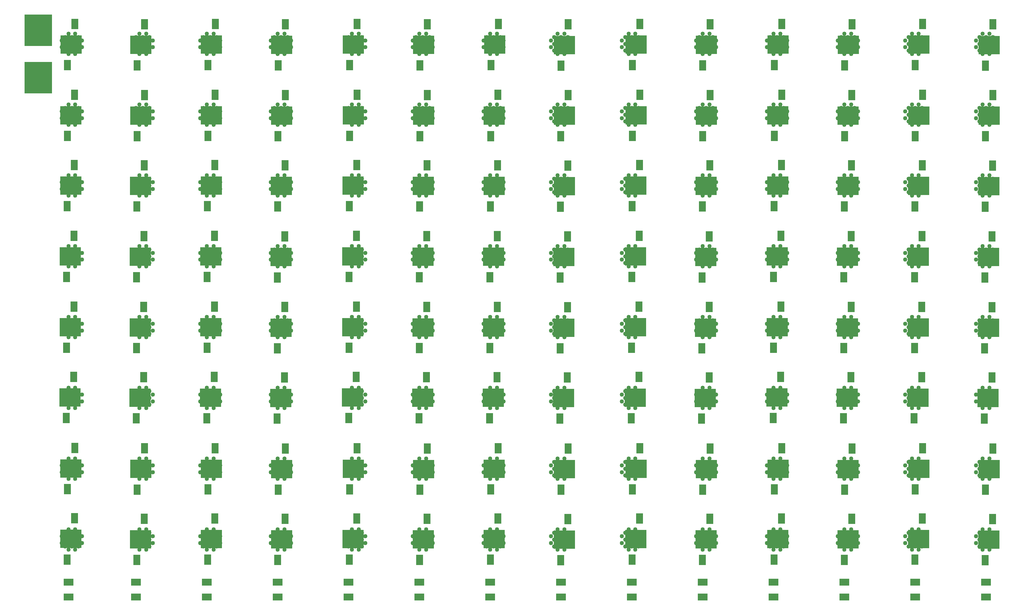
<source format=gbs>
G04 MADE WITH FRITZING*
G04 WWW.FRITZING.ORG*
G04 SINGLE SIDED*
G04 HOLES NOT PLATED*
G04 CONTOUR ON CENTER OF CONTOUR VECTOR*
%ASAXBY*%
%FSLAX23Y23*%
%MOIN*%
%OFA0B0*%
%SFA1.0B1.0*%
%ADD10C,0.049370*%
%ADD11R,0.080866X0.122205*%
%ADD12R,0.246221X0.214725*%
%ADD13R,0.116299X0.080866*%
%ADD14R,0.321023X0.365512*%
%LNMASK0*%
G90*
G70*
G54D10*
X3828Y2416D03*
X3986Y1747D03*
X3868Y6589D03*
X3828Y6550D03*
X3907Y841D03*
X3828Y4896D03*
X3868Y1707D03*
X3947Y5015D03*
X3868Y4030D03*
X3907Y6629D03*
X4025Y802D03*
X3868Y4109D03*
X3986Y6550D03*
X3986Y5723D03*
X3828Y4070D03*
X4025Y5841D03*
X3828Y4975D03*
X3868Y6668D03*
X3828Y5723D03*
X3986Y2416D03*
X3907Y1511D03*
X3947Y2534D03*
X4025Y6589D03*
X3986Y841D03*
X4025Y1707D03*
X3986Y1668D03*
X4065Y841D03*
X3947Y1550D03*
X3828Y1668D03*
X3907Y4818D03*
X3986Y3322D03*
X3828Y841D03*
X3907Y1589D03*
X4025Y1629D03*
X3868Y2456D03*
X3907Y763D03*
X4065Y4070D03*
X3907Y1668D03*
X3986Y2574D03*
X4025Y6668D03*
X3947Y4030D03*
X3986Y4148D03*
X3986Y2337D03*
X3986Y6471D03*
X3986Y5802D03*
X3947Y2377D03*
X4025Y2377D03*
X3947Y6668D03*
X3907Y4896D03*
X3907Y920D03*
X3907Y6707D03*
X4065Y3322D03*
X3868Y723D03*
X3868Y4857D03*
X3907Y2337D03*
X4025Y5015D03*
X3868Y802D03*
X4025Y5684D03*
X4065Y4975D03*
X3986Y3243D03*
X4065Y6550D03*
X3907Y6550D03*
X4025Y6511D03*
X3947Y3282D03*
X4025Y4857D03*
X3907Y1747D03*
X3907Y5723D03*
X3868Y5015D03*
X3907Y4070D03*
X3986Y6707D03*
X4065Y4148D03*
X4025Y2534D03*
X3868Y4936D03*
X4065Y1668D03*
X3907Y3243D03*
X3868Y3204D03*
X3947Y881D03*
X4025Y5763D03*
X3907Y4975D03*
X4065Y4896D03*
X3986Y920D03*
X3947Y4188D03*
X3947Y3361D03*
X3828Y3243D03*
X4025Y3282D03*
X4065Y6629D03*
X4025Y723D03*
X3947Y1629D03*
X3907Y3164D03*
X3947Y6589D03*
X3828Y5802D03*
X3986Y1589D03*
X3907Y684D03*
X3868Y5763D03*
X3907Y2416D03*
X3986Y4227D03*
X3868Y4188D03*
X4025Y4188D03*
X3907Y4148D03*
X4065Y763D03*
X4065Y2495D03*
X3986Y3164D03*
X3828Y763D03*
X3868Y2377D03*
X3947Y4857D03*
X3907Y3991D03*
X4025Y4109D03*
X3828Y4148D03*
X4025Y4030D03*
X4025Y881D03*
X3947Y2456D03*
X4025Y4936D03*
X4065Y2416D03*
X3868Y1550D03*
X3947Y5684D03*
X3986Y5881D03*
X3986Y1511D03*
X3868Y2534D03*
X3947Y802D03*
X3947Y5841D03*
X3868Y1629D03*
X3947Y4936D03*
X3986Y4070D03*
X3828Y2495D03*
X3986Y4818D03*
X3986Y5054D03*
X3986Y3400D03*
X3828Y6629D03*
X3947Y1707D03*
X3907Y5054D03*
X3947Y6511D03*
X3986Y684D03*
X4065Y3243D03*
X4065Y5802D03*
X3868Y3282D03*
X3986Y2495D03*
X3907Y3400D03*
X3828Y3322D03*
X3002Y2377D03*
X3080Y802D03*
X3080Y5841D03*
X3907Y2495D03*
X3002Y2534D03*
X3159Y4936D03*
X3080Y4857D03*
X3080Y5684D03*
X3120Y1511D03*
X2962Y4975D03*
X3080Y2534D03*
X3120Y5881D03*
X3159Y6589D03*
X3080Y3282D03*
X3002Y1550D03*
X3159Y2534D03*
X3199Y2416D03*
X3041Y3991D03*
X3041Y3400D03*
X2962Y3322D03*
X2962Y4148D03*
X3120Y2495D03*
X3041Y5054D03*
X3080Y4936D03*
X3199Y3243D03*
X3002Y3282D03*
X3080Y2456D03*
X3159Y4030D03*
X3199Y5802D03*
X3159Y881D03*
X3002Y1629D03*
X3120Y684D03*
X2962Y2495D03*
X3080Y6511D03*
X3041Y1511D03*
X3120Y6550D03*
X2962Y4070D03*
X2962Y5723D03*
X3080Y5015D03*
X3159Y802D03*
X3041Y841D03*
X3120Y5723D03*
X3002Y4109D03*
X3159Y5015D03*
X3159Y5684D03*
X3041Y6629D03*
X3199Y4975D03*
X3002Y802D03*
X3002Y4030D03*
X3199Y4070D03*
X3120Y841D03*
X3002Y6589D03*
X3041Y4818D03*
X2962Y841D03*
X3120Y1747D03*
X3041Y1589D03*
X3120Y3322D03*
X3002Y6668D03*
X3080Y1550D03*
X3159Y1707D03*
X2962Y1668D03*
X2962Y2416D03*
X3002Y1707D03*
X3199Y841D03*
X2962Y6550D03*
X2962Y4896D03*
X3120Y1668D03*
X3159Y5841D03*
X3120Y2416D03*
X3120Y4070D03*
X3080Y5763D03*
X3080Y723D03*
X3120Y4818D03*
X3907Y2574D03*
X3868Y5684D03*
X3868Y3361D03*
X4065Y5723D03*
X3041Y4227D03*
X2962Y5802D03*
X3041Y684D03*
X3120Y3991D03*
X3002Y5763D03*
X3120Y1589D03*
X3159Y3361D03*
X3120Y4896D03*
X3199Y1589D03*
X3907Y5881D03*
X3986Y6629D03*
X3828Y1589D03*
X3907Y5645D03*
X3947Y3204D03*
X3868Y5841D03*
X3947Y4109D03*
X3907Y5802D03*
X4025Y3204D03*
X4025Y2456D03*
X3907Y6471D03*
X3986Y763D03*
X4025Y1550D03*
X3868Y881D03*
X3907Y3322D03*
X3986Y4975D03*
X3986Y5645D03*
X3868Y6511D03*
X3080Y6589D03*
X3080Y4188D03*
X2962Y3243D03*
X3041Y4070D03*
X3159Y3282D03*
X3199Y4896D03*
X3080Y881D03*
X3080Y3361D03*
X3120Y920D03*
X3120Y5054D03*
X2962Y6629D03*
X3041Y4975D03*
X3080Y1707D03*
X3120Y3400D03*
X3159Y5763D03*
X3159Y4109D03*
X3986Y4896D03*
X3120Y6707D03*
X3199Y763D03*
X3120Y3164D03*
X3199Y4148D03*
X2962Y763D03*
X3199Y2495D03*
X3159Y723D03*
X3159Y4188D03*
X3041Y2416D03*
X3041Y4148D03*
X3002Y4936D03*
X3002Y3204D03*
X3002Y4188D03*
X3199Y1668D03*
X3041Y3243D03*
X3120Y4227D03*
X3199Y6629D03*
X3041Y3164D03*
X8789Y4188D03*
X9773Y1550D03*
X11191Y4070D03*
X4065Y1589D03*
X10482Y3282D03*
X10403Y881D03*
X8907Y5645D03*
X11348Y2416D03*
X8868Y4188D03*
X9734Y4148D03*
X11269Y4227D03*
X8868Y2534D03*
X8907Y1589D03*
X11309Y4188D03*
X8907Y4896D03*
X9655Y6707D03*
X9734Y1511D03*
X11388Y3361D03*
X8947Y5015D03*
X11191Y4896D03*
X11269Y4070D03*
X11388Y2534D03*
X9616Y6589D03*
X10600Y841D03*
X10443Y3991D03*
X9734Y5054D03*
X10521Y6471D03*
X9695Y4188D03*
X10521Y6629D03*
X11191Y2495D03*
X8829Y4975D03*
X10482Y3204D03*
X9616Y6668D03*
X8829Y3164D03*
X11348Y4896D03*
X11427Y4896D03*
X8986Y6629D03*
X8986Y4148D03*
X11427Y5723D03*
X10443Y5723D03*
X9655Y841D03*
X11269Y4896D03*
X10521Y2495D03*
X10443Y6550D03*
X9616Y1707D03*
X8829Y2337D03*
X11348Y2337D03*
X8907Y3243D03*
X11230Y4857D03*
X10364Y2495D03*
X11230Y2377D03*
X11348Y1511D03*
X10600Y763D03*
X9813Y2416D03*
X10482Y4857D03*
X9734Y4070D03*
X9655Y5645D03*
X11230Y6589D03*
X9616Y802D03*
X8789Y6511D03*
X11427Y763D03*
X8907Y3400D03*
X10521Y3164D03*
X11230Y2456D03*
X8868Y1550D03*
X9616Y4188D03*
X8868Y6511D03*
X11269Y4975D03*
X10521Y684D03*
X8789Y5763D03*
X11309Y5763D03*
X10482Y881D03*
X11191Y5802D03*
X11191Y1668D03*
X9655Y763D03*
X8789Y6668D03*
X11348Y5802D03*
X8907Y684D03*
X11191Y6550D03*
X10403Y4109D03*
X8947Y2534D03*
X11388Y2456D03*
X8907Y5054D03*
X11388Y1550D03*
X8829Y2495D03*
X9773Y4936D03*
X11269Y2574D03*
X8829Y1668D03*
X9695Y881D03*
X11348Y5054D03*
X11269Y684D03*
X9577Y763D03*
X8907Y920D03*
X11309Y6511D03*
X10561Y723D03*
X8789Y3361D03*
X10561Y5684D03*
X8868Y5763D03*
X10482Y6668D03*
X9813Y4975D03*
X10443Y6629D03*
X11230Y4109D03*
X9655Y2495D03*
X9773Y1629D03*
X8868Y4936D03*
X10561Y4109D03*
X8947Y3282D03*
X11230Y5841D03*
X9734Y4227D03*
X8789Y3204D03*
X10403Y3282D03*
X9616Y4857D03*
X9577Y6550D03*
X8986Y4975D03*
X11230Y4936D03*
X10561Y3361D03*
X8907Y3322D03*
X8907Y2416D03*
X9655Y3164D03*
X10600Y3322D03*
X10364Y6629D03*
X8907Y1747D03*
X9616Y2534D03*
X11191Y841D03*
X11269Y4818D03*
X8750Y2416D03*
X11269Y1747D03*
X9695Y5841D03*
X9773Y3282D03*
X9616Y6511D03*
X11269Y3243D03*
X11348Y6707D03*
X10521Y3991D03*
X8750Y1589D03*
X8868Y6589D03*
X10521Y4070D03*
X8868Y881D03*
X8907Y5881D03*
X11230Y881D03*
X9655Y1747D03*
X11269Y5645D03*
X11427Y6550D03*
X11348Y3991D03*
X10482Y1550D03*
X10561Y2456D03*
X8947Y4857D03*
X8750Y6550D03*
X8829Y6550D03*
X10561Y4030D03*
X9734Y841D03*
X11348Y5881D03*
X10443Y3322D03*
X9577Y4070D03*
X10482Y5841D03*
X8750Y5723D03*
X11230Y723D03*
X8986Y2416D03*
X10403Y6668D03*
X3041Y2337D03*
X10443Y4070D03*
X10600Y1668D03*
X8986Y6550D03*
X11388Y881D03*
X10443Y1511D03*
X9577Y4975D03*
X8829Y4896D03*
X9655Y1511D03*
X8829Y5723D03*
X10403Y1550D03*
X9773Y6668D03*
X10600Y5723D03*
X8947Y1707D03*
X11230Y2534D03*
X8907Y1511D03*
X10600Y4896D03*
X8907Y6550D03*
X8986Y5723D03*
X10521Y5802D03*
X8947Y4030D03*
X10561Y1550D03*
X11230Y5763D03*
X10364Y1668D03*
X4025Y3361D03*
X3986Y3991D03*
X9616Y5841D03*
X3907Y4227D03*
X3947Y5763D03*
X9655Y6471D03*
X3947Y723D03*
X9577Y6629D03*
X9813Y4896D03*
X9655Y4070D03*
X9773Y802D03*
X8907Y4148D03*
X9773Y5015D03*
X9695Y1707D03*
X10521Y5723D03*
X9695Y4936D03*
X10561Y4188D03*
X11388Y6589D03*
X11309Y1550D03*
X8986Y4070D03*
X10443Y920D03*
X8829Y920D03*
X9734Y4896D03*
X9577Y3243D03*
X9695Y4109D03*
X11309Y6668D03*
X10482Y4936D03*
X9734Y5881D03*
X8829Y1589D03*
X9655Y2574D03*
X10482Y4188D03*
X11309Y4109D03*
X10521Y1747D03*
X11348Y2495D03*
X8868Y2456D03*
X11427Y4070D03*
X8789Y723D03*
X8829Y3322D03*
X8750Y1668D03*
X9695Y2534D03*
X11427Y6629D03*
X8789Y2534D03*
X10364Y4148D03*
X10443Y6708D03*
X9655Y4227D03*
X8829Y1511D03*
X11388Y5015D03*
X9734Y6707D03*
X9655Y4896D03*
X9616Y2456D03*
X11309Y2456D03*
X9616Y4936D03*
X11427Y4975D03*
X9655Y6629D03*
X8986Y1589D03*
X11309Y802D03*
X10482Y4030D03*
X10403Y4936D03*
X8829Y4227D03*
X11269Y6629D03*
X9773Y4188D03*
X8907Y4975D03*
X9773Y5841D03*
X11230Y802D03*
X8986Y2495D03*
X11348Y4975D03*
X9616Y3361D03*
X11309Y1629D03*
X11348Y6629D03*
X8829Y2574D03*
X8750Y763D03*
X11427Y2495D03*
X10482Y6589D03*
X8750Y4070D03*
X9577Y3322D03*
X11230Y3204D03*
X8947Y881D03*
X10521Y6550D03*
X8789Y5841D03*
X9655Y3322D03*
X8907Y3164D03*
X8789Y4936D03*
X8868Y723D03*
X10600Y2416D03*
X9695Y5684D03*
X8986Y1668D03*
X11388Y3282D03*
X10403Y5763D03*
X8868Y3361D03*
X11309Y3204D03*
X11230Y6511D03*
X8907Y4818D03*
X10600Y2495D03*
X9813Y763D03*
X11309Y3361D03*
X11269Y6471D03*
X2254Y6589D03*
X1506Y6629D03*
X1348Y1589D03*
X3002Y723D03*
X1466Y3204D03*
X1427Y5802D03*
X1545Y3204D03*
X1388Y5841D03*
X1545Y2456D03*
X1427Y6471D03*
X1506Y763D03*
X1545Y1550D03*
X1388Y881D03*
X1427Y3322D03*
X1506Y4975D03*
X1506Y5645D03*
X1388Y6511D03*
X1466Y4109D03*
X1506Y4148D03*
X1388Y2456D03*
X1427Y2495D03*
X1427Y763D03*
X1466Y4030D03*
X1506Y2574D03*
X1427Y1668D03*
X1506Y5802D03*
X1466Y1629D03*
X1506Y2337D03*
X1466Y6668D03*
X1506Y6471D03*
X1466Y2377D03*
X1427Y920D03*
X1545Y2377D03*
X1427Y4896D03*
X1427Y5645D03*
X640Y723D03*
X521Y1589D03*
X1427Y5881D03*
X561Y881D03*
X600Y1668D03*
X718Y723D03*
X758Y1589D03*
X640Y802D03*
X561Y802D03*
X758Y841D03*
X600Y841D03*
X521Y841D03*
X679Y841D03*
X640Y881D03*
X718Y1629D03*
X600Y684D03*
X679Y1668D03*
X521Y1668D03*
X679Y1747D03*
X640Y1707D03*
X600Y1511D03*
X1427Y2574D03*
X1388Y3361D03*
X1584Y5723D03*
X1388Y5684D03*
X679Y763D03*
X561Y1629D03*
X600Y920D03*
X600Y763D03*
X640Y1629D03*
X758Y763D03*
X640Y1550D03*
X679Y684D03*
X679Y920D03*
X1545Y6668D03*
X1545Y1707D03*
X1388Y6668D03*
X1427Y6707D03*
X1348Y5723D03*
X1348Y4975D03*
X1466Y2534D03*
X1427Y1511D03*
X1466Y1550D03*
X1506Y2416D03*
X1506Y1668D03*
X1506Y3322D03*
X1584Y841D03*
X1348Y1668D03*
X1427Y1589D03*
X1427Y4818D03*
X1348Y841D03*
X1545Y6589D03*
X1545Y4936D03*
X1466Y4857D03*
X1466Y3282D03*
X1427Y3991D03*
X1348Y4148D03*
X1545Y881D03*
X1466Y2456D03*
X1545Y4030D03*
X1466Y5684D03*
X1545Y2534D03*
X1584Y2416D03*
X1388Y2534D03*
X1388Y1550D03*
X1506Y5881D03*
X1466Y5841D03*
X1506Y1511D03*
X1466Y802D03*
X1545Y5841D03*
X1506Y3243D03*
X1584Y3322D03*
X1348Y4896D03*
X1388Y723D03*
X1545Y5015D03*
X1545Y5684D03*
X1427Y2337D03*
X1545Y6511D03*
X1388Y4857D03*
X1584Y6550D03*
X1427Y1747D03*
X1427Y6550D03*
X1545Y1629D03*
X1388Y5015D03*
X1545Y4857D03*
X1427Y5723D03*
X1584Y4975D03*
X1545Y802D03*
X1427Y841D03*
X1388Y802D03*
X1388Y6589D03*
X1506Y1747D03*
X1348Y6550D03*
X1348Y2416D03*
X1388Y1707D03*
X1506Y5723D03*
X1584Y4070D03*
X1506Y841D03*
X1466Y5015D03*
X1388Y4030D03*
X1427Y6629D03*
X1348Y4070D03*
X1388Y4109D03*
X1506Y6550D03*
X718Y1707D03*
X640Y4857D03*
X758Y4975D03*
X561Y1707D03*
X679Y4896D03*
X561Y4936D03*
X521Y4896D03*
X679Y5054D03*
X600Y4818D03*
X679Y5881D03*
X679Y5645D03*
X640Y5015D03*
X640Y5684D03*
X600Y5645D03*
X718Y5684D03*
X521Y5802D03*
X640Y5763D03*
X561Y5015D03*
X600Y4975D03*
X521Y4975D03*
X758Y4896D03*
X640Y4188D03*
X640Y4030D03*
X758Y4148D03*
X600Y3991D03*
X718Y4857D03*
X561Y4857D03*
X679Y4818D03*
X600Y5054D03*
X718Y4936D03*
X679Y4975D03*
X718Y5015D03*
X640Y4936D03*
X600Y4896D03*
X600Y5802D03*
X521Y6550D03*
X600Y6550D03*
X561Y5763D03*
X718Y6589D03*
X758Y6550D03*
X561Y6511D03*
X679Y6550D03*
X640Y6589D03*
X718Y6668D03*
X640Y6668D03*
X561Y6589D03*
X561Y6668D03*
X679Y6629D03*
X758Y6629D03*
X600Y6629D03*
X521Y6629D03*
X640Y6511D03*
X521Y5723D03*
X758Y5723D03*
X718Y6511D03*
X561Y5684D03*
X718Y5763D03*
X679Y5723D03*
X600Y5723D03*
X758Y5802D03*
X600Y5881D03*
X600Y6471D03*
X679Y6471D03*
X640Y5841D03*
X600Y6707D03*
X679Y6707D03*
X718Y5841D03*
X561Y5841D03*
X679Y5802D03*
X679Y4070D03*
X640Y3361D03*
X561Y3282D03*
X679Y4227D03*
X600Y2574D03*
X758Y2416D03*
X679Y2337D03*
X640Y3282D03*
X679Y3322D03*
X600Y2495D03*
X640Y2456D03*
X718Y2377D03*
X640Y2377D03*
X521Y3243D03*
X600Y3322D03*
X561Y2534D03*
X758Y3243D03*
X679Y2574D03*
X758Y1668D03*
X718Y802D03*
X640Y3204D03*
X600Y1747D03*
X561Y723D03*
X561Y1550D03*
X679Y1589D03*
X600Y1589D03*
X521Y763D03*
X600Y2416D03*
X679Y2416D03*
X679Y1511D03*
X521Y3322D03*
X679Y3400D03*
X718Y881D03*
X600Y3164D03*
X718Y1550D03*
X640Y2534D03*
X600Y4070D03*
X718Y4188D03*
X600Y2337D03*
X600Y4227D03*
X600Y4148D03*
X521Y4148D03*
X718Y4030D03*
X640Y4109D03*
X561Y4109D03*
X521Y4070D03*
X679Y4148D03*
X561Y4188D03*
X758Y4070D03*
X718Y4109D03*
X561Y4030D03*
X679Y3991D03*
X718Y3204D03*
X561Y3361D03*
X718Y3361D03*
X718Y2534D03*
X561Y2456D03*
X758Y2495D03*
X718Y3282D03*
X521Y2495D03*
X679Y2495D03*
X561Y3204D03*
X679Y3164D03*
X521Y2416D03*
X600Y3243D03*
X758Y3322D03*
X718Y2456D03*
X679Y3243D03*
X600Y3400D03*
X561Y2377D03*
X1388Y1629D03*
X2332Y4109D03*
X2175Y2377D03*
X1348Y2495D03*
X2332Y5763D03*
X2293Y920D03*
X2254Y4188D03*
X2214Y4975D03*
X2293Y3400D03*
X2372Y3243D03*
X2214Y5054D03*
X2254Y1708D03*
X2254Y4936D03*
X2293Y4070D03*
X2136Y6629D03*
X2293Y4818D03*
X2293Y5054D03*
X2136Y3243D03*
X2372Y6629D03*
X2214Y3164D03*
X2332Y3282D03*
X2293Y4227D03*
X2214Y4148D03*
X2372Y763D03*
X2175Y4188D03*
X2214Y3243D03*
X2254Y3361D03*
X2372Y4896D03*
X2372Y1668D03*
X2254Y881D03*
X2293Y6708D03*
X2175Y3204D03*
X2372Y4148D03*
X2175Y4936D03*
X2293Y2495D03*
X2254Y3282D03*
X2332Y2534D03*
X2136Y3322D03*
X2372Y2416D03*
X2293Y5881D03*
X2293Y1511D03*
X2175Y1550D03*
X2332Y6589D03*
X2293Y3322D03*
X2254Y1550D03*
X2254Y2534D03*
X2332Y1708D03*
X2175Y6668D03*
X2136Y4975D03*
X2136Y5723D03*
X2214Y1511D03*
X2254Y802D03*
X2175Y1629D03*
X2136Y2495D03*
X2254Y5841D03*
X2254Y6511D03*
X2293Y684D03*
X2214Y3400D03*
X2372Y5802D03*
X2175Y3282D03*
X2332Y881D03*
X2175Y2534D03*
X2254Y5684D03*
X2332Y4030D03*
X2332Y4936D03*
X2254Y4857D03*
X2254Y2456D03*
X2214Y3991D03*
X2136Y4148D03*
X2293Y3164D03*
X3159Y2377D03*
X3041Y4896D03*
X2136Y763D03*
X3041Y920D03*
X3120Y5802D03*
X3120Y4148D03*
X3080Y6668D03*
X3080Y2377D03*
X3002Y5841D03*
X3041Y5802D03*
X3120Y6471D03*
X3159Y3204D03*
X3080Y4109D03*
X3120Y2337D03*
X3041Y2495D03*
X3080Y1629D03*
X3002Y2456D03*
X3159Y4857D03*
X3041Y5723D03*
X3041Y763D03*
X3002Y5015D03*
X3041Y1747D03*
X3199Y3322D03*
X3159Y6511D03*
X3120Y3243D03*
X3159Y1629D03*
X3041Y1668D03*
X3080Y4030D03*
X3041Y6550D03*
X3120Y2574D03*
X3159Y6668D03*
X3199Y6550D03*
X3041Y6707D03*
X3002Y4857D03*
X3080Y3204D03*
X2293Y1589D03*
X2293Y4896D03*
X2962Y1589D03*
X2372Y1589D03*
X2293Y3991D03*
X2214Y4227D03*
X2332Y3361D03*
X2175Y5763D03*
X2372Y2495D03*
X2332Y4188D03*
X2214Y684D03*
X2214Y2416D03*
X2332Y723D03*
X2136Y5802D03*
X2214Y4070D03*
X8002Y3400D03*
X2254Y5763D03*
X3041Y3322D03*
X3120Y5645D03*
X2254Y723D03*
X3002Y6511D03*
X3120Y4975D03*
X3120Y6629D03*
X3159Y1550D03*
X3159Y2456D03*
X3002Y881D03*
X3041Y2574D03*
X3199Y5723D03*
X3120Y763D03*
X3002Y5684D03*
X3002Y3361D03*
X3041Y6471D03*
X3041Y5881D03*
X3041Y5645D03*
X2214Y1589D03*
X1545Y723D03*
X1427Y4070D03*
X2136Y841D03*
X1466Y6589D03*
X1427Y684D03*
X1388Y5763D03*
X1348Y5802D03*
X1427Y2416D03*
X1506Y4227D03*
X1388Y4188D03*
X1545Y4188D03*
X1427Y4148D03*
X1584Y763D03*
X1584Y2495D03*
X1506Y3164D03*
X1348Y763D03*
X1506Y1589D03*
X2175Y3361D03*
X2214Y5881D03*
X1506Y4896D03*
X2214Y5645D03*
X2214Y6471D03*
X2214Y3322D03*
X2293Y763D03*
X2175Y881D03*
X2175Y5684D03*
X1584Y1589D03*
X1545Y3361D03*
X2372Y5723D03*
X1506Y3991D03*
X1427Y4227D03*
X2214Y2574D03*
X1466Y5763D03*
X1466Y723D03*
X1427Y3164D03*
X1466Y4936D03*
X1506Y4070D03*
X1584Y6629D03*
X1506Y4818D03*
X1348Y6629D03*
X1466Y1707D03*
X1506Y5054D03*
X1427Y5054D03*
X1466Y6511D03*
X1506Y684D03*
X1584Y3243D03*
X1584Y5802D03*
X1388Y3282D03*
X1506Y2495D03*
X1427Y3400D03*
X1348Y3322D03*
X1506Y3400D03*
X1466Y881D03*
X1506Y6707D03*
X1545Y4109D03*
X1584Y4148D03*
X1388Y4936D03*
X1427Y3243D03*
X1388Y3204D03*
X1584Y1668D03*
X1584Y4896D03*
X1388Y2377D03*
X1545Y5763D03*
X1466Y3361D03*
X1427Y4975D03*
X1506Y920D03*
X1545Y3282D03*
X1466Y4188D03*
X1348Y3243D03*
X2293Y5645D03*
X2175Y802D03*
X2372Y4070D03*
X2175Y6511D03*
X2293Y841D03*
X2214Y6629D03*
X2175Y4109D03*
X2175Y4030D03*
X2372Y4975D03*
X2214Y1747D03*
X2332Y6511D03*
X2332Y5684D03*
X2293Y3243D03*
X2372Y3322D03*
X2332Y5015D03*
X2175Y723D03*
X2214Y2337D03*
X2293Y6550D03*
X2136Y4896D03*
X2332Y5841D03*
X2136Y4070D03*
X2293Y2416D03*
X2293Y1668D03*
X2214Y4818D03*
X2372Y841D03*
X2136Y1668D03*
X2136Y6550D03*
X2254Y5015D03*
X2293Y5723D03*
X2175Y1708D03*
X2332Y802D03*
X2214Y841D03*
X2136Y2416D03*
X2175Y6589D03*
X2293Y1747D03*
X2175Y5015D03*
X2254Y4109D03*
X2214Y2495D03*
X2214Y5723D03*
X2254Y1629D03*
X2293Y6471D03*
X2254Y2377D03*
X2293Y2337D03*
X2332Y3204D03*
X2293Y4975D03*
X2332Y1550D03*
X2214Y5802D03*
X2332Y2456D03*
X2293Y6629D03*
X2175Y5841D03*
X2136Y1589D03*
X2254Y3204D03*
X2332Y2377D03*
X2332Y6668D03*
X2214Y6708D03*
X2214Y4896D03*
X2175Y4857D03*
X2372Y6550D03*
X2332Y4857D03*
X2214Y6550D03*
X2332Y1629D03*
X2293Y2574D03*
X2214Y920D03*
X2254Y6668D03*
X2254Y4030D03*
X2293Y5802D03*
X2293Y4148D03*
X2214Y1668D03*
X2175Y2456D03*
X2214Y763D03*
X10443Y4148D03*
X5521Y4227D03*
X6309Y5723D03*
X8750Y2495D03*
X5443Y5723D03*
X8080Y6707D03*
X6348Y723D03*
X4655Y6511D03*
X6230Y763D03*
X5521Y5645D03*
X7254Y802D03*
X4695Y6708D03*
X5679Y4070D03*
X4773Y1589D03*
X5521Y3164D03*
X6269Y2377D03*
X5640Y4857D03*
X7214Y5802D03*
X5521Y6629D03*
X8080Y5645D03*
X7096Y1629D03*
X7096Y5684D03*
X4813Y3282D03*
X5521Y2495D03*
X5679Y3243D03*
X5600Y5881D03*
X8002Y841D03*
X6388Y4896D03*
X7293Y4975D03*
X7923Y4148D03*
X5640Y3361D03*
X5561Y1550D03*
X8120Y4936D03*
X4734Y2534D03*
X6309Y3400D03*
X4773Y4148D03*
X8120Y6668D03*
X6348Y881D03*
X8120Y1550D03*
X6309Y4148D03*
X7214Y3164D03*
X8080Y1589D03*
X7136Y2574D03*
X6388Y2337D03*
X4813Y5015D03*
X4773Y4818D03*
X7057Y3243D03*
X4616Y2495D03*
X7962Y4936D03*
X5482Y4109D03*
X8080Y3164D03*
X7214Y6708D03*
X6427Y802D03*
X5521Y3243D03*
X6427Y5015D03*
X6427Y6668D03*
X6348Y5841D03*
X7096Y4857D03*
X8041Y5015D03*
X4655Y1707D03*
X5482Y4030D03*
X5521Y5054D03*
X6388Y2416D03*
X6348Y4109D03*
X5521Y4975D03*
X5640Y6589D03*
X7923Y3243D03*
X6309Y3322D03*
X6269Y3282D03*
X4695Y3322D03*
X5679Y5802D03*
X7057Y4148D03*
X5600Y5054D03*
X7254Y1707D03*
X6388Y763D03*
X7057Y6550D03*
X4852Y763D03*
X7293Y1668D03*
X7923Y3322D03*
X5482Y802D03*
X7962Y6511D03*
X8120Y6511D03*
X7962Y1629D03*
X7136Y1747D03*
X4813Y5763D03*
X4616Y5723D03*
X7293Y6550D03*
X7214Y4975D03*
X6388Y5723D03*
X6309Y2337D03*
X7057Y2495D03*
X8080Y684D03*
X8080Y3322D03*
X6348Y6511D03*
X5640Y723D03*
X4695Y3991D03*
X4773Y3243D03*
X8080Y920D03*
X7254Y723D03*
X5561Y4936D03*
X6427Y4109D03*
X8002Y2574D03*
X6427Y4936D03*
X7096Y723D03*
X6388Y3164D03*
X7214Y4227D03*
X5600Y6550D03*
X5600Y6629D03*
X7293Y841D03*
X8159Y841D03*
X7962Y6589D03*
X4852Y1668D03*
X7214Y5881D03*
X5521Y3322D03*
X6388Y1511D03*
X7254Y5763D03*
X7923Y4070D03*
X8159Y4896D03*
X6427Y5684D03*
X7214Y4148D03*
X6309Y6629D03*
X5521Y4896D03*
X4813Y5684D03*
X8080Y2337D03*
X5521Y5723D03*
X5443Y2416D03*
X4734Y6511D03*
X5679Y5723D03*
X7254Y5015D03*
X5482Y6589D03*
X4773Y841D03*
X8080Y1747D03*
X6388Y6550D03*
X6348Y4857D03*
X5600Y3164D03*
X7057Y4070D03*
X7175Y1629D03*
X6269Y3204D03*
X8080Y4227D03*
X4695Y763D03*
X4695Y2495D03*
X5482Y6511D03*
X6269Y4857D03*
X7962Y723D03*
X5521Y4818D03*
X5600Y5645D03*
X7923Y763D03*
X5482Y5684D03*
X5640Y5015D03*
X6348Y1550D03*
X7136Y763D03*
X7293Y3243D03*
X4655Y4936D03*
X6230Y2416D03*
X7057Y4975D03*
X8120Y1707D03*
X5482Y2534D03*
X4813Y4188D03*
X7214Y2574D03*
X4773Y3400D03*
X7214Y2416D03*
X8041Y802D03*
X6348Y2456D03*
X5482Y3361D03*
X6269Y3361D03*
X8002Y3322D03*
X7175Y6589D03*
X5521Y3991D03*
X8041Y3282D03*
X6269Y5684D03*
X7136Y4148D03*
X8002Y5645D03*
X6466Y4148D03*
X7096Y2456D03*
X8041Y2456D03*
X7096Y5015D03*
X6466Y5802D03*
X4734Y2456D03*
X5561Y6589D03*
X6309Y2574D03*
X5521Y6707D03*
X8002Y4975D03*
X8080Y6550D03*
X5640Y5841D03*
X8080Y5054D03*
X8080Y6471D03*
X4616Y5802D03*
X5521Y5881D03*
X6388Y3322D03*
X4695Y4896D03*
X7214Y5723D03*
X5640Y2534D03*
X6309Y6550D03*
X8041Y6511D03*
X8159Y4070D03*
X5521Y3400D03*
X6269Y6589D03*
X6309Y1511D03*
X4655Y4857D03*
X7136Y6708D03*
X8159Y2495D03*
X6427Y1550D03*
X7175Y3361D03*
X6427Y1629D03*
X7096Y4109D03*
X6309Y684D03*
X4813Y6511D03*
X4695Y6471D03*
X6388Y2574D03*
X4773Y3991D03*
X8080Y841D03*
X5561Y6511D03*
X7136Y3164D03*
X4734Y6589D03*
X6388Y5054D03*
X4734Y6668D03*
X7175Y1707D03*
X5561Y4188D03*
X7096Y5763D03*
X7096Y2377D03*
X6230Y4975D03*
X6230Y5723D03*
X4734Y4030D03*
X8041Y723D03*
X5482Y2377D03*
X7214Y1589D03*
X6427Y5763D03*
X4773Y1511D03*
X6309Y1589D03*
X6309Y3164D03*
X4655Y6589D03*
X6427Y3282D03*
X4655Y4188D03*
X6427Y881D03*
X5521Y920D03*
X4695Y5802D03*
X5679Y841D03*
X5482Y2456D03*
X8041Y2534D03*
X5443Y3322D03*
X4655Y5841D03*
X8041Y1550D03*
X5482Y4936D03*
X5679Y4896D03*
X4773Y4227D03*
X7214Y684D03*
X6427Y6589D03*
X5679Y2416D03*
X7136Y3991D03*
X7923Y5723D03*
X4734Y3361D03*
X6269Y5763D03*
X5561Y5015D03*
X4813Y802D03*
X6466Y2495D03*
X4616Y6629D03*
X4734Y4936D03*
X4695Y6550D03*
X4734Y5015D03*
X5482Y723D03*
X6230Y4148D03*
X8159Y3322D03*
X4695Y920D03*
X7214Y3322D03*
X6466Y1668D03*
X7175Y3282D03*
X5521Y5802D03*
X4655Y5684D03*
X4734Y4188D03*
X7293Y4896D03*
X4616Y4070D03*
X8159Y2416D03*
X6388Y4818D03*
X6269Y5015D03*
X4773Y6550D03*
X7293Y5723D03*
X4655Y3204D03*
X7254Y2456D03*
X7175Y4188D03*
X6348Y6668D03*
X5679Y763D03*
X4734Y2377D03*
X7175Y881D03*
X7175Y6511D03*
X5561Y3282D03*
X7254Y5841D03*
X6466Y5723D03*
X8041Y6589D03*
X5600Y6471D03*
X6230Y4896D03*
X4813Y723D03*
X7136Y5881D03*
X4655Y723D03*
X5482Y3204D03*
X7254Y1550D03*
X4695Y3164D03*
X5521Y6550D03*
X5600Y2416D03*
X6388Y4227D03*
X5600Y1589D03*
X5600Y4896D03*
X7136Y6629D03*
X6348Y5684D03*
X7096Y881D03*
X5561Y4857D03*
X8002Y1589D03*
X7136Y6550D03*
X6388Y5881D03*
X7293Y6629D03*
X6309Y5881D03*
X4695Y2574D03*
X5482Y6668D03*
X5600Y3991D03*
X8080Y4818D03*
X7175Y5841D03*
X6309Y3991D03*
X4655Y1629D03*
X8080Y2574D03*
X5482Y1629D03*
X4813Y1707D03*
X4813Y2534D03*
X5600Y4975D03*
X6427Y5841D03*
X7136Y1668D03*
X7096Y3282D03*
X4852Y2495D03*
X5640Y5684D03*
X6348Y1629D03*
X5679Y1589D03*
X5561Y1629D03*
X6427Y6511D03*
X6466Y763D03*
X7175Y2534D03*
X7175Y2456D03*
X7254Y1629D03*
X4655Y5763D03*
X8120Y2456D03*
X4695Y1668D03*
X7057Y3322D03*
X4773Y6471D03*
X5443Y3243D03*
X5521Y684D03*
X7136Y684D03*
X5679Y4148D03*
X4655Y2534D03*
X5521Y2574D03*
X4813Y4030D03*
X5561Y5763D03*
X6427Y723D03*
X6269Y723D03*
X5640Y2377D03*
X8041Y6668D03*
X6269Y4188D03*
X5443Y4148D03*
X6348Y2377D03*
X7175Y5015D03*
X7214Y4818D03*
X5561Y2456D03*
X5443Y6550D03*
X8002Y684D03*
X8159Y6629D03*
X4852Y5723D03*
X5561Y6668D03*
X7962Y3204D03*
X4695Y3243D03*
X7175Y1550D03*
X6230Y841D03*
X8002Y2416D03*
X8002Y3243D03*
X4655Y4109D03*
X4773Y3164D03*
X5561Y5841D03*
X4695Y4818D03*
X8159Y4975D03*
X7136Y2495D03*
X5521Y6471D03*
X5600Y3322D03*
X5600Y684D03*
X8080Y5802D03*
X4813Y5841D03*
X5443Y5802D03*
X7923Y4975D03*
X7962Y5841D03*
X5600Y5802D03*
X6309Y920D03*
X5482Y4188D03*
X5482Y5015D03*
X6466Y4070D03*
X8041Y4857D03*
X8080Y5881D03*
X7057Y6629D03*
X4773Y2495D03*
X4773Y5802D03*
X5679Y6629D03*
X4616Y1668D03*
X6309Y5645D03*
X7096Y4188D03*
X8002Y1668D03*
X5600Y2337D03*
X5521Y1747D03*
X7175Y3204D03*
X5561Y2534D03*
X6466Y6550D03*
X6388Y684D03*
X5443Y4975D03*
X5600Y4148D03*
X6388Y6471D03*
X8120Y5015D03*
X7254Y881D03*
X8159Y1589D03*
X6269Y5841D03*
X5443Y6629D03*
X8080Y5723D03*
X7057Y1668D03*
X6309Y3243D03*
X6230Y2495D03*
X6427Y2377D03*
X4734Y723D03*
X5443Y1589D03*
X6269Y802D03*
X7214Y2337D03*
X4655Y6668D03*
X6388Y4975D03*
X5561Y3204D03*
X6348Y4936D03*
X5600Y920D03*
X7923Y1589D03*
X8159Y763D03*
X5443Y763D03*
X7096Y6511D03*
X8041Y2377D03*
X4852Y841D03*
X7962Y4188D03*
X6309Y1747D03*
X4655Y3361D03*
X8159Y5802D03*
X5640Y3282D03*
X8080Y763D03*
X4616Y4148D03*
X5561Y3361D03*
X6269Y2456D03*
X6269Y1550D03*
X7136Y5645D03*
X7214Y1747D03*
X4695Y5054D03*
X8120Y3361D03*
X7057Y841D03*
X6230Y4070D03*
X5600Y3400D03*
X6348Y6589D03*
X7962Y802D03*
X4695Y4227D03*
X7175Y5763D03*
X4773Y4070D03*
X8002Y3991D03*
X6388Y1589D03*
X7175Y4936D03*
X7254Y6511D03*
X8002Y6707D03*
X4655Y5015D03*
X7136Y3400D03*
X6269Y6511D03*
X6466Y4896D03*
X4695Y6629D03*
X4734Y1707D03*
X8120Y723D03*
X5443Y4896D03*
X5561Y2377D03*
X4695Y1511D03*
X7214Y2495D03*
X5482Y1550D03*
X7096Y4936D03*
X8080Y3243D03*
X4813Y6668D03*
X4852Y5802D03*
X8120Y6589D03*
X4773Y5881D03*
X4813Y4936D03*
X5640Y881D03*
X5640Y1707D03*
X7962Y2534D03*
X5640Y6511D03*
X4773Y2574D03*
X7293Y5802D03*
X7962Y2377D03*
X4616Y4975D03*
X7254Y2377D03*
X5482Y5763D03*
X7057Y5802D03*
X7214Y1668D03*
X6269Y4030D03*
X7923Y6629D03*
X7096Y1550D03*
X8120Y3204D03*
X7962Y3361D03*
X5561Y881D03*
X4695Y841D03*
X8002Y2495D03*
X7175Y4857D03*
X6348Y3204D03*
X7254Y6589D03*
X7136Y2337D03*
X4695Y684D03*
X6388Y841D03*
X4852Y3243D03*
X5521Y1668D03*
X5561Y1707D03*
X8080Y1668D03*
X7962Y5684D03*
X4695Y4148D03*
X4773Y6629D03*
X8120Y4857D03*
X5600Y841D03*
X7962Y4109D03*
X8120Y5684D03*
X8002Y6550D03*
X7254Y4936D03*
X5600Y1668D03*
X4773Y1747D03*
X6466Y1589D03*
X8041Y4936D03*
X5640Y4109D03*
X5640Y3204D03*
X6269Y4109D03*
X7136Y4227D03*
X7096Y4030D03*
X8041Y3204D03*
X4734Y1550D03*
X6466Y2416D03*
X7293Y4148D03*
X7254Y2534D03*
X5443Y4070D03*
X8002Y920D03*
X7096Y3204D03*
X4852Y6629D03*
X8041Y1629D03*
X8080Y2495D03*
X5600Y1511D03*
X6348Y2534D03*
X4813Y4857D03*
X7923Y2416D03*
X4655Y2377D03*
X8002Y5802D03*
X7136Y5802D03*
X8120Y881D03*
X4773Y5723D03*
X7175Y723D03*
X6427Y1708D03*
X4616Y4896D03*
X7923Y2495D03*
X7096Y3361D03*
X7254Y6668D03*
X5561Y4109D03*
X5600Y6707D03*
X6388Y6629D03*
X6269Y881D03*
X8159Y6550D03*
X7962Y1550D03*
X7962Y1707D03*
X4813Y3361D03*
X8080Y4148D03*
X7136Y920D03*
X6388Y3991D03*
X7136Y4818D03*
X7293Y763D03*
X6388Y920D03*
X8041Y4030D03*
X8002Y4070D03*
X8002Y4148D03*
X7214Y3400D03*
X6427Y3204D03*
X6230Y1668D03*
X8080Y1511D03*
X6427Y4030D03*
X7214Y4896D03*
X6427Y2534D03*
X7136Y2416D03*
X4773Y1668D03*
X7096Y802D03*
X7923Y1668D03*
X6348Y5763D03*
X7962Y4857D03*
X7175Y2377D03*
X6388Y1747D03*
X8002Y5881D03*
X7136Y1511D03*
X8159Y4148D03*
X5640Y4030D03*
X7136Y5054D03*
X4852Y1589D03*
X4813Y2377D03*
X7923Y4896D03*
X7214Y6550D03*
X7962Y2456D03*
X4773Y684D03*
X7962Y4030D03*
X7254Y4188D03*
X4813Y2456D03*
X4734Y4109D03*
X4616Y3322D03*
X8080Y4975D03*
X5640Y6668D03*
X6309Y4070D03*
X8120Y5763D03*
X5482Y1707D03*
X5600Y763D03*
X5640Y4936D03*
X8002Y4818D03*
X7293Y3322D03*
X4773Y6708D03*
X6230Y6550D03*
X4734Y5841D03*
X4813Y4109D03*
X4616Y841D03*
X4695Y2416D03*
X5640Y5763D03*
X6388Y6708D03*
X4655Y802D03*
X8120Y2534D03*
X4616Y1589D03*
X5482Y881D03*
X10364Y841D03*
X9773Y1707D03*
X7962Y6668D03*
X11269Y5723D03*
X9734Y5645D03*
X8789Y2377D03*
X8829Y1747D03*
X10443Y2495D03*
X8947Y802D03*
X8789Y1550D03*
X11269Y3991D03*
X10521Y2574D03*
X9773Y723D03*
X9773Y3204D03*
X10403Y5841D03*
X8789Y4109D03*
X8907Y2337D03*
X9773Y5684D03*
X9734Y1668D03*
X10443Y3164D03*
X10521Y3400D03*
X11269Y3322D03*
X9655Y4818D03*
X11191Y4148D03*
X9655Y5054D03*
X9773Y5763D03*
X9655Y3991D03*
X9616Y3204D03*
X8829Y4148D03*
X8947Y1550D03*
X10521Y1511D03*
X10521Y2337D03*
X8947Y2456D03*
X10600Y3243D03*
X9577Y5802D03*
X9577Y4148D03*
X10403Y3361D03*
X8947Y6589D03*
X11269Y2416D03*
X11191Y3322D03*
X8868Y1707D03*
X11269Y4148D03*
X10403Y2456D03*
X9813Y6629D03*
X10443Y1589D03*
X10482Y1629D03*
X9695Y1550D03*
X8907Y5723D03*
X9813Y2495D03*
X8947Y5841D03*
X10443Y763D03*
X11309Y5841D03*
X9655Y5723D03*
X8907Y841D03*
X11309Y2534D03*
X9734Y3243D03*
X11309Y5684D03*
X9655Y2337D03*
X10600Y6629D03*
X10521Y4227D03*
X10561Y4857D03*
X11388Y6668D03*
X8829Y5645D03*
X8947Y2377D03*
X10403Y4857D03*
X10482Y5684D03*
X10364Y3322D03*
X11191Y3243D03*
X8947Y3204D03*
X11388Y3204D03*
X9577Y2416D03*
X10403Y1629D03*
X8829Y684D03*
X10443Y1747D03*
X11269Y6707D03*
X11348Y4070D03*
X9695Y4030D03*
X11269Y5054D03*
X9616Y2377D03*
X9734Y4975D03*
X8829Y6707D03*
X11230Y1707D03*
X9695Y5015D03*
X8829Y763D03*
X10482Y1708D03*
X10600Y1589D03*
X8868Y6668D03*
X10403Y3204D03*
X8947Y1629D03*
X10521Y5054D03*
X10521Y3243D03*
X11348Y4818D03*
X11388Y1629D03*
X9577Y1589D03*
X8986Y3243D03*
X9734Y920D03*
X9773Y4857D03*
X10600Y6550D03*
X9655Y6550D03*
X9734Y3991D03*
X8868Y802D03*
X11348Y684D03*
X9695Y4857D03*
X9734Y6550D03*
X10521Y5881D03*
X8947Y4188D03*
X9813Y5802D03*
X11348Y5723D03*
X11427Y841D03*
X9813Y1589D03*
X8750Y4896D03*
X9773Y2456D03*
X9655Y4975D03*
X9734Y763D03*
X8907Y2574D03*
X9695Y1629D03*
X10403Y5015D03*
X9655Y4148D03*
X9773Y2377D03*
X10600Y5802D03*
X11269Y6550D03*
X8947Y723D03*
X9695Y3282D03*
X10521Y1589D03*
X8986Y3322D03*
X11309Y2377D03*
X11348Y6550D03*
X8750Y4148D03*
X10482Y6511D03*
X8907Y4227D03*
X11388Y4936D03*
X11269Y841D03*
X9734Y6629D03*
X10443Y4896D03*
X11348Y3322D03*
X10443Y3400D03*
X10364Y2416D03*
X10443Y5054D03*
X9734Y3164D03*
X8829Y3243D03*
X8868Y5684D03*
X8868Y5015D03*
X8829Y2416D03*
X10403Y2377D03*
X8868Y1629D03*
X8868Y3204D03*
X9616Y5763D03*
X9655Y2416D03*
X10561Y1629D03*
X8907Y2495D03*
X8829Y5881D03*
X10443Y684D03*
X11348Y4148D03*
X8868Y4109D03*
X8986Y5802D03*
X9773Y4109D03*
X8947Y5684D03*
X10521Y4896D03*
X9655Y684D03*
X9655Y1668D03*
X11269Y1589D03*
X10403Y1708D03*
X9695Y723D03*
X10443Y4227D03*
X8907Y1668D03*
X8750Y841D03*
X10561Y3204D03*
X11269Y920D03*
X9616Y881D03*
X10521Y4818D03*
X9655Y5802D03*
X10482Y802D03*
X8829Y5802D03*
X8868Y4030D03*
X11230Y5684D03*
X11269Y2337D03*
X9734Y2495D03*
X8829Y841D03*
X10482Y2456D03*
X11348Y1668D03*
X10364Y3243D03*
X8829Y3400D03*
X10561Y5015D03*
X9734Y1747D03*
X9577Y5723D03*
X10443Y4975D03*
X10561Y6511D03*
X11348Y920D03*
X9813Y6550D03*
X11269Y1668D03*
X10561Y5763D03*
X8750Y4975D03*
X10443Y3243D03*
X9734Y5723D03*
X11388Y4109D03*
X9655Y920D03*
X11230Y4030D03*
X8829Y5054D03*
X11388Y4857D03*
X11309Y1707D03*
X10403Y4030D03*
X8947Y6668D03*
X8750Y3243D03*
X10443Y2337D03*
X11269Y2495D03*
X9695Y802D03*
X11348Y3243D03*
X10482Y2377D03*
X11269Y5881D03*
X9616Y1550D03*
X10521Y4975D03*
X9773Y4030D03*
X8947Y4936D03*
X11191Y4975D03*
X11427Y3243D03*
X10521Y763D03*
X10561Y5841D03*
X9734Y1589D03*
X10443Y841D03*
X9813Y3322D03*
X8947Y5763D03*
X10364Y6550D03*
X10521Y920D03*
X11348Y1589D03*
X11427Y2416D03*
X8907Y6707D03*
X11388Y4030D03*
X8829Y4070D03*
X9813Y4070D03*
X10521Y2416D03*
X9773Y6589D03*
X8789Y2456D03*
X10364Y5723D03*
X9695Y6668D03*
X9616Y5015D03*
X11191Y5723D03*
X9813Y4148D03*
X8789Y1629D03*
X10561Y3282D03*
X11348Y841D03*
X9695Y3204D03*
X11230Y5015D03*
X11427Y5802D03*
X10364Y5802D03*
X10521Y5645D03*
X8907Y4070D03*
X9813Y841D03*
X8829Y6629D03*
X10443Y4818D03*
X9655Y3400D03*
X9655Y3243D03*
X10403Y6511D03*
X9695Y5763D03*
X9813Y1668D03*
X10521Y4148D03*
X9695Y6511D03*
X11388Y6511D03*
X10364Y4896D03*
X10364Y4975D03*
X10561Y802D03*
X11309Y5015D03*
X8947Y4109D03*
X8986Y763D03*
X9616Y723D03*
X10600Y4148D03*
X8789Y881D03*
X9695Y3361D03*
X11191Y763D03*
X9695Y2377D03*
X11230Y1550D03*
X10482Y2534D03*
X11348Y763D03*
X11427Y3322D03*
X11309Y4857D03*
X8947Y3361D03*
X8789Y1707D03*
X8868Y5841D03*
X11348Y5645D03*
X10482Y723D03*
X10482Y4109D03*
X10521Y6708D03*
X10561Y6668D03*
X10521Y3322D03*
X11269Y3400D03*
X11348Y3400D03*
X10600Y4070D03*
X11348Y2574D03*
X9616Y4109D03*
X8829Y4818D03*
X9773Y2534D03*
X11230Y3361D03*
X8750Y5802D03*
X8907Y5802D03*
X9577Y1668D03*
X9734Y4818D03*
X11230Y1629D03*
X9616Y5684D03*
X11269Y5802D03*
X10443Y6471D03*
X11309Y723D03*
X11230Y6668D03*
X8868Y3282D03*
X9577Y4896D03*
X11309Y881D03*
X10443Y5881D03*
X11388Y723D03*
X11427Y4148D03*
X10443Y2416D03*
X11309Y4030D03*
X9734Y6471D03*
X7962Y5763D03*
X5600Y5723D03*
X10364Y4070D03*
X8080Y4896D03*
X7136Y841D03*
X7962Y881D03*
X7136Y1589D03*
X6348Y5015D03*
X4813Y3204D03*
X8002Y2337D03*
X6388Y1668D03*
X5521Y4148D03*
X4773Y2337D03*
X6309Y2416D03*
X5679Y2495D03*
X8120Y4109D03*
X4734Y3204D03*
X5640Y4188D03*
X4852Y4148D03*
X5482Y3282D03*
X8002Y5054D03*
X5443Y1668D03*
X6466Y3322D03*
X8002Y3164D03*
X8002Y4896D03*
X8041Y4188D03*
X7214Y3991D03*
X6348Y4188D03*
X6269Y1708D03*
X7214Y3243D03*
X8002Y6471D03*
X7293Y2495D03*
X5521Y2337D03*
X4852Y4896D03*
X7254Y3282D03*
X5600Y4070D03*
X6348Y802D03*
X8120Y2377D03*
X5561Y723D03*
X5600Y3243D03*
X7214Y6471D03*
X4734Y1629D03*
X4655Y4030D03*
X7057Y4896D03*
X5521Y1589D03*
X5600Y2574D03*
X5482Y5841D03*
X4813Y881D03*
X6466Y6629D03*
X7962Y5015D03*
X4773Y5645D03*
X4773Y4975D03*
X5521Y763D03*
X5521Y841D03*
X5600Y4818D03*
X7057Y2416D03*
X4616Y3243D03*
X4773Y920D03*
X6427Y2456D03*
X8002Y6629D03*
X7136Y4070D03*
X6466Y841D03*
X7214Y841D03*
X5679Y6550D03*
X4734Y3282D03*
X7254Y3204D03*
X4695Y1589D03*
X7214Y5054D03*
X6466Y4975D03*
X7057Y5723D03*
X4852Y4975D03*
X5600Y1747D03*
X6427Y4857D03*
X5679Y1668D03*
X6230Y3243D03*
X5521Y2416D03*
X6348Y3361D03*
X7096Y6589D03*
X6269Y2534D03*
X6309Y5054D03*
X4734Y5763D03*
X7136Y6471D03*
X7293Y4070D03*
X6348Y3282D03*
X7214Y920D03*
X7214Y1511D03*
X7096Y6668D03*
X8120Y4030D03*
X6309Y841D03*
X8041Y5684D03*
X7096Y5841D03*
X8159Y3243D03*
X8002Y1747D03*
X7175Y802D03*
X7136Y3322D03*
X8120Y3282D03*
X4616Y6550D03*
X4695Y2337D03*
X4734Y5684D03*
X5600Y2495D03*
X5561Y5684D03*
X4852Y6550D03*
X8002Y763D03*
X7293Y1589D03*
X7254Y3361D03*
X8041Y3361D03*
X4734Y4857D03*
X6388Y4070D03*
X8080Y2416D03*
X8002Y1511D03*
X5600Y4227D03*
X6388Y2495D03*
X4852Y2416D03*
X6230Y5802D03*
X8120Y4188D03*
X6269Y4936D03*
X6230Y3322D03*
X4773Y3322D03*
X5640Y2456D03*
X5561Y802D03*
X6230Y1589D03*
X5521Y4070D03*
X7136Y4896D03*
X6309Y6471D03*
X5640Y1550D03*
X8159Y5723D03*
X6309Y4227D03*
X6388Y5645D03*
X6388Y3243D03*
X5443Y2495D03*
X4695Y5723D03*
X6309Y5802D03*
X8159Y1668D03*
X7057Y1589D03*
X8041Y1707D03*
X7254Y4857D03*
X7293Y2416D03*
X5640Y802D03*
X6309Y4818D03*
X6309Y4896D03*
X4616Y2416D03*
X4734Y802D03*
X8080Y3991D03*
X8120Y802D03*
X5679Y3322D03*
X8080Y3400D03*
X8080Y4070D03*
X8041Y881D03*
X4734Y881D03*
X4773Y4896D03*
X7214Y6629D03*
X6388Y5802D03*
X6309Y2495D03*
X4655Y1550D03*
X7923Y5802D03*
X8829Y6471D03*
X11230Y3282D03*
X4655Y3282D03*
X9773Y6511D03*
X11269Y1511D03*
X11348Y3164D03*
X8986Y4896D03*
X10403Y2534D03*
X9655Y1589D03*
X10403Y6589D03*
X9734Y3322D03*
X10561Y2377D03*
X10482Y3361D03*
X8947Y6511D03*
X10561Y881D03*
X8907Y6471D03*
X10443Y5645D03*
X11427Y1589D03*
X9695Y6589D03*
X10403Y802D03*
X10403Y723D03*
X9734Y3400D03*
X8907Y763D03*
X10600Y4975D03*
X11191Y6629D03*
X8986Y841D03*
X11191Y1589D03*
X8789Y5015D03*
X9695Y2456D03*
X11191Y2416D03*
X10364Y1589D03*
X8789Y4030D03*
X11269Y3164D03*
X9616Y1629D03*
X8868Y2377D03*
X11348Y6471D03*
X8789Y6589D03*
X8907Y3991D03*
X9734Y2416D03*
X8829Y3991D03*
X9616Y4030D03*
X9577Y841D03*
X9773Y3361D03*
X10482Y5763D03*
X11309Y6589D03*
X8789Y802D03*
X11388Y5841D03*
X9813Y5723D03*
X8907Y6629D03*
X10482Y5015D03*
X11309Y3282D03*
X11388Y1707D03*
X10443Y2574D03*
X10521Y1668D03*
X10561Y6589D03*
X11230Y4188D03*
X10561Y1708D03*
X11388Y2377D03*
X11269Y763D03*
X9616Y3282D03*
X8789Y4857D03*
X10443Y5802D03*
X8750Y3322D03*
X10443Y1668D03*
X9773Y881D03*
X11309Y4936D03*
X10403Y5684D03*
X8868Y4857D03*
X9734Y2337D03*
X11388Y5763D03*
X10561Y4936D03*
X8789Y5684D03*
X10561Y2534D03*
X9655Y5881D03*
X9577Y2495D03*
X11388Y802D03*
X11348Y1747D03*
X7136Y5723D03*
X8120Y5841D03*
X9813Y3243D03*
X4813Y6589D03*
X7175Y6668D03*
X7096Y1707D03*
X6348Y4030D03*
X4813Y1550D03*
X6388Y3400D03*
X8002Y4227D03*
X6309Y1668D03*
X6388Y4148D03*
X5561Y4030D03*
X6427Y3361D03*
X6348Y1708D03*
X4852Y4070D03*
X7923Y841D03*
X7254Y5684D03*
X5443Y841D03*
X4695Y5881D03*
X7136Y4975D03*
X8041Y5841D03*
X7962Y3282D03*
X4616Y763D03*
X5640Y1629D03*
X7214Y5645D03*
X7175Y5684D03*
X6309Y4975D03*
X6309Y763D03*
X4695Y4975D03*
X6269Y6668D03*
X8002Y5723D03*
X4695Y4070D03*
X7136Y3243D03*
X7175Y4030D03*
X4655Y881D03*
X4695Y3400D03*
X5679Y4975D03*
X5521Y1511D03*
X10521Y841D03*
X8750Y6629D03*
X7254Y4030D03*
X8120Y1629D03*
X5482Y4857D03*
X4852Y3322D03*
X4813Y1629D03*
X4655Y2456D03*
X8789Y3282D03*
X9734Y5802D03*
X10403Y4188D03*
X11427Y1668D03*
X9734Y2574D03*
X11348Y4227D03*
X11388Y4188D03*
X10364Y763D03*
X11388Y5684D03*
X9734Y684D03*
X6309Y6708D03*
X7214Y763D03*
X8041Y5763D03*
X6466Y3243D03*
X8080Y6629D03*
X4773Y763D03*
X6427Y4188D03*
X4773Y2416D03*
X6269Y1629D03*
X7175Y4109D03*
X7214Y4070D03*
X8041Y4109D03*
X4695Y1747D03*
X4695Y5645D03*
X7096Y2534D03*
X6230Y6629D03*
X4773Y5054D03*
X7254Y4109D03*
X7057Y763D03*
X7923Y6550D03*
G54D11*
X8920Y1049D03*
X8833Y569D03*
G54D12*
X8877Y809D03*
G54D11*
X8915Y4348D03*
X8829Y3867D03*
G54D12*
X8872Y4108D03*
G54D11*
X7267Y1869D03*
X7181Y1388D03*
G54D12*
X7224Y1628D03*
G54D11*
X7268Y6821D03*
X7181Y6341D03*
G54D12*
X7224Y6581D03*
G54D11*
X7264Y1048D03*
X7178Y568D03*
G54D12*
X7221Y808D03*
G54D11*
X10568Y1868D03*
X10481Y1387D03*
G54D12*
X10524Y1628D03*
G54D11*
X8084Y1044D03*
X7997Y564D03*
G54D12*
X8041Y804D03*
G54D11*
X10567Y5994D03*
X10481Y5513D03*
G54D12*
X10524Y5753D03*
G54D11*
X10559Y3519D03*
X10473Y3039D03*
G54D12*
X10516Y3279D03*
G54D11*
X8087Y1865D03*
X8000Y1385D03*
G54D12*
X8044Y1625D03*
G54D11*
X9734Y3517D03*
X9648Y3037D03*
G54D12*
X9691Y3277D03*
G54D11*
X9743Y1866D03*
X9656Y1386D03*
G54D12*
X9699Y1626D03*
G54D11*
X7267Y5994D03*
X7180Y5514D03*
G54D12*
X7224Y5754D03*
G54D11*
X8076Y2696D03*
X7989Y2216D03*
G54D12*
X8032Y2456D03*
G54D11*
X8923Y1869D03*
X8836Y1389D03*
G54D12*
X8880Y1629D03*
G54D11*
X8923Y5995D03*
X8836Y5515D03*
G54D12*
X8879Y5755D03*
G54D11*
X8915Y3521D03*
X8828Y3041D03*
G54D12*
X8871Y3281D03*
G54D11*
X10564Y1047D03*
X10478Y567D03*
G54D12*
X10521Y807D03*
G54D11*
X11379Y4342D03*
X11293Y3862D03*
G54D12*
X11336Y4102D03*
G54D11*
X11376Y2695D03*
X11289Y2215D03*
G54D12*
X11332Y2455D03*
G54D11*
X11384Y1043D03*
X11297Y563D03*
G54D12*
X11341Y803D03*
G54D11*
X8084Y5170D03*
X7997Y4690D03*
G54D12*
X8040Y4930D03*
G54D11*
X8923Y6822D03*
X8837Y6342D03*
G54D12*
X8880Y6582D03*
G54D11*
X10568Y6820D03*
X10481Y6340D03*
G54D12*
X10524Y6580D03*
G54D11*
X9740Y1045D03*
X9653Y565D03*
G54D12*
X9696Y805D03*
G54D11*
X11384Y5169D03*
X11297Y4689D03*
G54D12*
X11340Y4929D03*
G54D11*
X7259Y3520D03*
X7172Y3040D03*
G54D12*
X7216Y3280D03*
G54D11*
X10564Y5173D03*
X10477Y4693D03*
G54D12*
X10521Y4933D03*
G54D11*
X7256Y2700D03*
X7169Y2219D03*
G54D12*
X7213Y2459D03*
G54D11*
X9743Y6818D03*
X9656Y6338D03*
G54D12*
X9700Y6578D03*
G54D11*
X8920Y5175D03*
X8833Y4695D03*
G54D12*
X8876Y4935D03*
G54D11*
X8087Y5991D03*
X8000Y5511D03*
G54D12*
X8043Y5751D03*
G54D11*
X7260Y4347D03*
X7173Y3867D03*
G54D12*
X7216Y4107D03*
G54D11*
X9742Y5992D03*
X9656Y5511D03*
G54D12*
X9699Y5752D03*
G54D11*
X11387Y1864D03*
X11301Y1384D03*
G54D12*
X11344Y1624D03*
G54D11*
X8079Y4343D03*
X7993Y3863D03*
G54D12*
X8036Y4103D03*
G54D11*
X8079Y3517D03*
X7992Y3036D03*
G54D12*
X8035Y3276D03*
G54D11*
X11387Y6817D03*
X11301Y6336D03*
G54D12*
X11344Y6576D03*
G54D11*
X9739Y5171D03*
X9653Y4691D03*
G54D12*
X9696Y4931D03*
G54D11*
X10560Y4346D03*
X10473Y3866D03*
G54D12*
X10516Y4106D03*
G54D11*
X8087Y6818D03*
X8001Y6337D03*
G54D12*
X8044Y6577D03*
G54D11*
X7264Y5174D03*
X7177Y4694D03*
G54D12*
X7221Y4934D03*
G54D11*
X8912Y2701D03*
X8825Y2220D03*
G54D12*
X8868Y2460D03*
G54D11*
X11387Y5990D03*
X11300Y5510D03*
G54D12*
X11344Y5750D03*
G54D11*
X10556Y2699D03*
X10469Y2218D03*
G54D12*
X10513Y2459D03*
G54D11*
X9735Y4344D03*
X9648Y3864D03*
G54D12*
X9692Y4104D03*
G54D11*
X9731Y2697D03*
X9645Y2217D03*
G54D12*
X9688Y2457D03*
G54D11*
X11379Y3516D03*
X11292Y3035D03*
G54D12*
X11336Y3276D03*
G54D11*
X5609Y5173D03*
X5523Y4693D03*
G54D12*
X5566Y4933D03*
G54D11*
X6432Y6817D03*
X6346Y6336D03*
G54D12*
X6389Y6576D03*
G54D11*
X4785Y1045D03*
X4698Y565D03*
G54D12*
X4741Y805D03*
G54D11*
X6432Y1864D03*
X6346Y1384D03*
G54D12*
X6389Y1624D03*
G54D11*
X6429Y5169D03*
X6342Y4689D03*
G54D12*
X6386Y4929D03*
G54D11*
X4776Y2697D03*
X4690Y2217D03*
G54D12*
X4733Y2457D03*
G54D11*
X5617Y6821D03*
X5531Y6341D03*
G54D12*
X5574Y6581D03*
G54D11*
X3957Y2701D03*
X3870Y2220D03*
G54D12*
X3913Y2460D03*
G54D11*
X4780Y4344D03*
X4693Y3864D03*
G54D12*
X4737Y4104D03*
G54D11*
X3968Y6822D03*
X3882Y6342D03*
G54D12*
X3925Y6582D03*
G54D11*
X5605Y4346D03*
X5518Y3866D03*
G54D12*
X5562Y4106D03*
G54D11*
X4784Y5171D03*
X4698Y4691D03*
G54D12*
X4741Y4931D03*
G54D11*
X6432Y5990D03*
X6345Y5510D03*
G54D12*
X6389Y5750D03*
G54D11*
X3965Y5175D03*
X3878Y4695D03*
G54D12*
X3921Y4935D03*
G54D11*
X3965Y1049D03*
X3879Y569D03*
G54D12*
X3922Y809D03*
G54D11*
X6424Y3516D03*
X6337Y3035D03*
G54D12*
X6381Y3276D03*
G54D11*
X4788Y1866D03*
X4701Y1386D03*
G54D12*
X4745Y1626D03*
G54D11*
X5604Y3519D03*
X5518Y3039D03*
G54D12*
X5561Y3279D03*
G54D11*
X4780Y3517D03*
X4693Y3037D03*
G54D12*
X4736Y3277D03*
G54D11*
X5612Y5994D03*
X5526Y5513D03*
G54D12*
X5569Y5753D03*
G54D11*
X3968Y5995D03*
X3881Y5515D03*
G54D12*
X3925Y5755D03*
G54D11*
X5613Y1868D03*
X5526Y1387D03*
G54D12*
X5569Y1628D03*
G54D11*
X3960Y4348D03*
X3874Y3867D03*
G54D12*
X3917Y4108D03*
G54D11*
X6429Y1043D03*
X6343Y563D03*
G54D12*
X6386Y803D03*
G54D11*
X3960Y3521D03*
X3873Y3041D03*
G54D12*
X3917Y3281D03*
G54D11*
X4788Y5992D03*
X4701Y5511D03*
G54D12*
X4744Y5752D03*
G54D11*
X6421Y2695D03*
X6334Y2215D03*
G54D12*
X6378Y2455D03*
G54D11*
X4788Y6818D03*
X4701Y6338D03*
G54D12*
X4745Y6578D03*
G54D11*
X6424Y4342D03*
X6338Y3862D03*
G54D12*
X6381Y4102D03*
G54D11*
X5601Y2699D03*
X5515Y2218D03*
G54D12*
X5558Y2459D03*
G54D11*
X3968Y1869D03*
X3882Y1389D03*
G54D12*
X3925Y1629D03*
G54D11*
X5610Y1047D03*
X5523Y567D03*
G54D12*
X5566Y807D03*
G54D11*
X3132Y6818D03*
X3046Y6337D03*
G54D12*
X3089Y6577D03*
G54D11*
X3124Y3517D03*
X3037Y3036D03*
G54D12*
X3080Y3276D03*
G54D11*
X2304Y3520D03*
X2218Y3040D03*
G54D12*
X2261Y3280D03*
G54D11*
X3124Y4343D03*
X3038Y3863D03*
G54D12*
X3081Y4103D03*
G54D11*
X2313Y6821D03*
X2226Y6341D03*
G54D12*
X2269Y6581D03*
G54D11*
X3132Y1865D03*
X3046Y1385D03*
G54D12*
X3089Y1625D03*
G54D11*
X3129Y1044D03*
X3042Y564D03*
G54D12*
X3086Y804D03*
G54D11*
X2309Y1048D03*
X2223Y568D03*
G54D12*
X2266Y808D03*
G54D11*
X2312Y5994D03*
X2226Y5514D03*
G54D12*
X2269Y5754D03*
G54D11*
X2301Y2700D03*
X2214Y2219D03*
G54D12*
X2258Y2459D03*
G54D11*
X2305Y4347D03*
X2218Y3867D03*
G54D12*
X2261Y4107D03*
G54D11*
X3132Y5991D03*
X3045Y5511D03*
G54D12*
X3088Y5751D03*
G54D11*
X2309Y5174D03*
X2222Y4694D03*
G54D12*
X2266Y4934D03*
G54D11*
X3121Y2696D03*
X3034Y2216D03*
G54D12*
X3077Y2456D03*
G54D11*
X2312Y1869D03*
X2226Y1388D03*
G54D12*
X2269Y1628D03*
G54D11*
X3129Y5170D03*
X3042Y4690D03*
G54D12*
X3085Y4930D03*
G54D11*
X1480Y4345D03*
X1393Y3865D03*
G54D12*
X1437Y4105D03*
G54D11*
X1484Y5172D03*
X1398Y4692D03*
G54D12*
X1441Y4932D03*
G54D11*
X1479Y3518D03*
X1393Y3038D03*
G54D12*
X1436Y3278D03*
G54D11*
X1476Y2698D03*
X1390Y2217D03*
G54D12*
X1433Y2458D03*
G54D11*
X1488Y1867D03*
X1401Y1386D03*
G54D12*
X1444Y1627D03*
G54D11*
X1485Y1046D03*
X1398Y566D03*
G54D12*
X1441Y806D03*
G54D11*
X1487Y5993D03*
X1401Y5512D03*
G54D12*
X1444Y5753D03*
G54D11*
X1488Y6819D03*
X1401Y6339D03*
G54D12*
X1445Y6579D03*
G54D11*
X670Y1050D03*
X583Y569D03*
G54D12*
X626Y810D03*
G54D11*
X673Y1870D03*
X586Y1390D03*
G54D12*
X629Y1630D03*
G54D11*
X665Y4349D03*
X578Y3868D03*
G54D12*
X622Y4108D03*
G54D11*
X664Y3522D03*
X578Y3042D03*
G54D12*
X621Y3282D03*
G54D11*
X661Y2701D03*
X575Y2221D03*
G54D12*
X618Y2461D03*
G54D11*
X669Y5176D03*
X583Y4695D03*
G54D12*
X626Y4936D03*
G54D11*
X672Y5996D03*
X586Y5516D03*
G54D12*
X629Y5756D03*
G54D11*
X673Y6823D03*
X586Y6343D03*
G54D12*
X630Y6583D03*
G54D13*
X4695Y306D03*
X4695Y133D03*
X3041Y306D03*
X3041Y133D03*
X1388Y306D03*
X1388Y133D03*
X5521Y306D03*
X5521Y133D03*
X600Y306D03*
X600Y133D03*
X2214Y306D03*
X2214Y133D03*
X3868Y306D03*
X3868Y133D03*
X11309Y306D03*
X11309Y133D03*
X10482Y306D03*
X10482Y133D03*
X9655Y306D03*
X9655Y133D03*
X6348Y306D03*
X6348Y133D03*
X8828Y306D03*
X8828Y133D03*
X8002Y306D03*
X8002Y133D03*
X7175Y306D03*
X7175Y133D03*
G54D14*
X246Y6196D03*
X246Y6747D03*
G04 End of Mask0*
M02*
</source>
